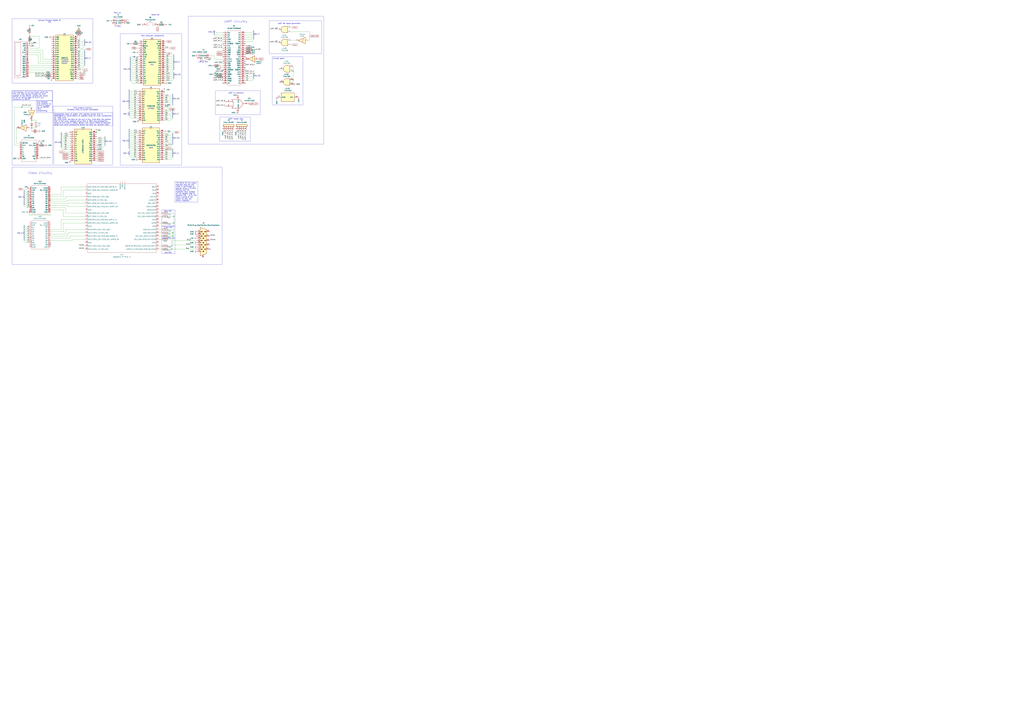
<source format=kicad_sch>
(kicad_sch (version 20250114) (generator "eeschema") (generator_version "9.0")
  (paper "A0")
  (rectangle (start 250.19 105.41) (end 302.26 133.35))
  (rectangle (start 13.97 21.59) (end 107.95 96.52))
  (rectangle (start 255.27 135.89) (end 290.83 163.83))
  (rectangle (start 187.96 276.86) (end 203.2 294.64))
  (rectangle (start 218.44 19.05) (end 375.92 167.64))
  (rectangle (start 62.23 123.19) (end 130.81 191.77))
  (rectangle (start 316.23 66.04) (end 351.79 121.92))
  (rectangle (start 187.96 262.89) (end 203.2 276.86))
  (rectangle (start 187.96 243.84) (end 203.2 262.89))
  (rectangle (start 312.42 24.13) (end 373.38 62.23))
  (rectangle (start 13.97 194.31) (end 257.81 307.34))
  (rectangle (start 13.97 105.41) (end 60.96 191.77))
  (rectangle (start 139.7 39.37) (end 210.82 191.77))
  (text "UART int combiner" (at 274.066 108.204 0) (effects (font (size 1.27 1.27))))
  (text "Blue DAC" (at 195.072 245.364 0) (effects (font (size 1.27 1.27))))
  (text "Chip enabler circuitry\n(Enables chips at certain addresses)" (at 96.012 126.492 0) (effects (font (size 1.27 1.27))))
  (text "Red DAC" (at 195.326 293.624 0) (effects (font (size 1.27 1.27))))
  (text "Green DAC" (at 195.58 264.414 0) (effects (font (size 1.27 1.27))))
  (text "UART circuitry" (at 273.812 25.146 0) (effects (font (size 2.54 2.54))))
  (text "UART header pins" (at 273.812 138.176 0) (effects (font (size 1.27 1.27))))
  (text "Unused gates" (at 323.596 68.072 0) (effects (font (size 1.27 1.27))))
  (text "1 MHz" (at 133.985 31.75 0) (effects (font (size 1.27 1.27)) (justify left bottom)))
  (text "Reset btn\n" (at 180.594 17.272 0) (effects (font (size 1.27 1.27))))
  (text "Versatile \nInterface \nAdapter" (at 71.12 74.295 0) (effects (font (size 1.27 1.27)) (justify left bottom)))
  (text "CPU" (at 174.625 76.2 0) (effects (font (size 1.27 1.27)) (justify left bottom)))
  (text "Main clk\n" (at 136.398 14.986 0) (effects (font (size 1.27 1.27))))
  (text "Main computer components" (at 177.038 41.656 0) (effects (font (size 1.27 1.27))))
  (text "1.8432 MHz" (at 235.966 71.882 0) (effects (font (size 1.27 1.27))))
  (text "SRAM" (at 172.72 172.72 0) (effects (font (size 1.27 1.27)) (justify left bottom)))
  (text "UART RW signal generation" (at 335.788 27.432 0) (effects (font (size 1.27 1.27))))
  (text "General Purpose Digital IO\nLCD" (at 57.404 24.892 0) (effects (font (size 1.27 1.27))))
  (text "Video circuitry" (at 46.736 201.168 0) (effects (font (size 2.54 2.54))))
  (text "EEPROM" (at 171.45 127 0) (effects (font (size 1.27 1.27)) (justify left bottom)))
  (text_box "I/O Extender, [A-H] are inputs which the CPU can read serialy through the shift register of the 65c22. Latches the inputs [A-H] on falling edge of IO_EXT_CLK controlled by 65c22." (at 13.97 105.41 0) (size 46.99 11.43) (margins 0.9525 0.9525 0.9525 0.9525) (effects (font (size 1.27 1.27)) (justify left top)))
  (text_box "Size Resistor and capacitor to achive a stable low on ~{SH/LD} while transmitting." (at 41.91 116.84 0) (size 19.05 13.97) (margins 0.9525 0.9525 0.9525 0.9525) (effects (font (size 1.27 1.27)) (justify left top)))
  (text_box "Propagation delay of 150ns, CPU address access time is 960ns@1MHz, leaves 810ns of possible delay for other components on read cycle.\nOn write cycle, the data on the bus is only valid after the second half of the cycle, address setup time is 30ns and propagation delay of this chip is 150ns, @1MHz this leaves 320ns of possible delay from other components before the data can become valid." (at 62.23 130.81 0) (size 68.58 15.24) (margins 0.9525 0.9525 0.9525 0.9525) (effects (font (size 1.27 1.27)) (justify left top)))
  (text_box "The DAC:s for the colour assumes that the VGA cable is terminated to ground using a 75 Ohm resistor and the expected input voltage on the adapter side is between 0.0 - 0.7V. The DAC:s provide 8-bit colour as they are binary weighted." (at 203.2 210.82 0) (size 26.67 24.13) (margins 0.9525 0.9525 0.9525 0.9525) (effects (font (size 1.27 1.27)) (justify left top)))
  (junction (at 91.44 34.29))
  (junction (at 201.93 251.46))
  (junction (at 200.66 270.51))
  (junction (at 292.1 57.15))
  (junction (at 199.39 285.75))
  (junction (at 190.5 106.68))
  (junction (at 36.83 148.59))
  (junction (at 201.93 259.08))
  (junction (at 340.36 82.55))
  (junction (at 34.29 41.91))
  (junction (at 34.29 246.38))
  (junction (at 251.46 86.36))
  (junction (at 200.66 274.32))
  (junction (at 36.83 139.7))
  (junction (at 199.39 289.56))
  (junction (at 182.88 28.575))
  (junction (at 340.36 97.79))
  (junction (at 34.29 50.8))
  (junction (at 111.76 153.67))
  (junction (at 25.4 124.46))
  (junction (at 292.1 58.42))
  (junction (at 340.36 92.71))
  (no_connect (at 228.6 274.32))
  (no_connect (at 284.48 78.74))
  (no_connect (at 259.08 58.42))
  (no_connect (at 259.08 50.8))
  (no_connect (at 284.48 50.8))
  (no_connect (at 325.12 80.01))
  (no_connect (at 284.48 73.66))
  (no_connect (at 284.48 71.12))
  (no_connect (at 58.42 284.48))
  (no_connect (at 259.08 81.28))
  (no_connect (at 58.42 281.94))
  (no_connect (at 243.84 289.56))
  (no_connect (at 284.48 81.28))
  (no_connect (at 259.08 71.12))
  (no_connect (at 325.12 95.25))
  (bus_entry (at 73.66 163.83) (size -2.54 -2.54))
  (bus_entry (at 119.38 171.45) (size 2.54 -2.54))
  (bus_entry (at 198.12 185.42) (size 2.54 -2.54))
  (bus_entry (at 199.39 68.58) (size 2.54 -2.54))
  (bus_entry (at 199.39 73.66) (size 2.54 -2.54))
  (bus_entry (at 152.4 182.88) (size -2.54 -2.54))
  (bus_entry (at 95.885 71.12) (size 2.54 -2.54))
  (bus_entry (at 73.66 166.37) (size -2.54 -2.54))
  (bus_entry (at 199.39 78.74) (size 2.54 -2.54))
  (bus_entry (at 149.86 154.94) (size 2.54 2.54))
  (bus_entry (at 151.13 66.04) (size 2.54 2.54))
  (bus_entry (at 98.425 45.72) (size -2.54 2.54))
  (bus_entry (at 95.885 68.58) (size 2.54 -2.54))
  (bus_entry (at 251.46 43.18) (size -2.54 -2.54))
  (bus_entry (at 251.46 40.64) (size -2.54 -2.54))
  (bus_entry (at 30.48 236.22) (size -2.54 -2.54))
  (bus_entry (at 151.13 73.66) (size 2.54 2.54))
  (bus_entry (at 151.13 86.36) (size 2.54 2.54))
  (bus_entry (at 199.39 66.04) (size 2.54 -2.54))
  (bus_entry (at 95.885 66.04) (size 2.54 -2.54))
  (bus_entry (at 292.1 93.98) (size 2.54 -2.54))
  (bus_entry (at 30.48 266.7) (size -2.54 -2.54))
  (bus_entry (at 200.66 111.76) (size -2.54 2.54))
  (bus_entry (at 30.48 264.16) (size -2.54 -2.54))
  (bus_entry (at 30.48 276.86) (size -2.54 -2.54))
  (bus_entry (at 98.425 48.26) (size -2.54 2.54))
  (bus_entry (at 149.86 114.3) (size 2.54 2.54))
  (bus_entry (at 30.48 228.6) (size -2.54 -2.54))
  (bus_entry (at 200.66 157.48) (size -2.54 2.54))
  (bus_entry (at 199.39 81.28) (size 2.54 -2.54))
  (bus_entry (at 151.13 71.12) (size 2.54 2.54))
  (bus_entry (at 30.48 279.4) (size -2.54 -2.54))
  (bus_entry (at 149.86 106.68) (size 2.54 2.54))
  (bus_entry (at 198.12 180.34) (size 2.54 -2.54))
  (bus_entry (at 95.885 73.66) (size 2.54 -2.54))
  (bus_entry (at 30.48 238.76) (size -2.54 -2.54))
  (bus_entry (at 149.86 149.86) (size 2.54 2.54))
  (bus_entry (at 30.48 233.68) (size -2.54 -2.54))
  (bus_entry (at 73.66 171.45) (size -2.54 -2.54))
  (bus_entry (at 149.86 157.48) (size 2.54 2.54))
  (bus_entry (at 151.13 83.82) (size 2.54 2.54))
  (bus_entry (at 292.1 88.9) (size 2.54 -2.54))
  (bus_entry (at 251.46 38.1) (size -2.54 -2.54))
  (bus_entry (at 200.66 167.64) (size -2.54 2.54))
  (bus_entry (at 199.39 93.98) (size 2.54 -2.54))
  (bus_entry (at 149.86 170.18) (size 2.54 2.54))
  (bus_entry (at 198.12 134.62) (size 2.54 -2.54))
  (bus_entry (at 200.66 109.22) (size -2.54 2.54))
  (bus_entry (at 198.12 177.8) (size 2.54 -2.54))
  (bus_entry (at 200.66 162.56) (size -2.54 2.54))
  (bus_entry (at 119.38 166.37) (size 2.54 -2.54))
  (bus_entry (at 30.48 281.94) (size -2.54 -2.54))
  (bus_entry (at 198.12 139.7) (size 2.54 -2.54))
  (bus_entry (at 149.86 119.38) (size 2.54 2.54))
  (bus_entry (at 149.86 116.84) (size 2.54 2.54))
  (bus_entry (at 149.86 127) (size 2.54 2.54))
  (bus_entry (at 152.4 137.16) (size -2.54 -2.54))
  (bus_entry (at 95.885 76.2) (size 2.54 -2.54))
  (bus_entry (at 95.885 60.96) (size 2.54 -2.54))
  (bus_entry (at 199.39 88.9) (size 2.54 -2.54))
  (bus_entry (at 73.66 158.75) (size -2.54 -2.54))
  (bus_entry (at 198.12 137.16) (size 2.54 -2.54))
  (bus_entry (at 198.12 129.54) (size 2.54 -2.54))
  (bus_entry (at 149.86 160.02) (size 2.54 2.54))
  (bus_entry (at 149.86 104.14) (size 2.54 2.54))
  (bus_entry (at 292.1 38.1) (size 2.54 -2.54))
  (bus_entry (at 30.48 231.14) (size -2.54 -2.54))
  (bus_entry (at 151.13 78.74) (size 2.54 2.54))
  (bus_entry (at 149.86 165.1) (size 2.54 2.54))
  (bus_entry (at 198.12 175.26) (size 2.54 -2.54))
  (bus_entry (at 292.1 91.44) (size 2.54 -2.54))
  (bus_entry (at 73.66 168.91) (size -2.54 -2.54))
  (bus_entry (at 149.86 121.92) (size 2.54 2.54))
  (bus_entry (at 152.4 180.34) (size -2.54 -2.54))
  (bus_entry (at 95.885 63.5) (size 2.54 -2.54))
  (bus_entry (at 152.4 134.62) (size -2.54 -2.54))
  (bus_entry (at 151.13 93.98) (size 2.54 2.54))
  (bus_entry (at 149.86 111.76) (size 2.54 2.54))
  (bus_entry (at 30.48 241.3) (size -2.54 -2.54))
  (bus_entry (at 30.48 271.78) (size -2.54 -2.54))
  (bus_entry (at 98.425 53.34) (size -2.54 2.54))
  (bus_entry (at 151.13 81.28) (size 2.54 2.54))
  (bus_entry (at 200.66 160.02) (size -2.54 2.54))
  (bus_entry (at 149.86 162.56) (size 2.54 2.54))
  (bus_entry (at 200.66 154.94) (size -2.54 2.54))
  (bus_entry (at 292.1 48.26) (size 2.54 -2.54))
  (bus_entry (at 292.1 43.18) (size 2.54 -2.54))
  (bus_entry (at 149.86 167.64) (size 2.54 2.54))
  (bus_entry (at 98.425 50.8) (size -2.54 2.54))
  (bus_entry (at 200.66 114.3) (size -2.54 2.54))
  (bus_entry (at 30.48 269.24) (size -2.54 -2.54))
  (bus_entry (at 199.39 83.82) (size 2.54 -2.54))
  (bus_entry (at 149.86 172.72) (size 2.54 2.54))
  (bus_entry (at 95.885 78.74) (size 2.54 -2.54))
  (bus_entry (at 292.1 45.72) (size 2.54 -2.54))
  (bus_entry (at 30.48 274.32) (size -2.54 -2.54))
  (bus_entry (at 199.39 91.44) (size 2.54 -2.54))
  (bus_entry (at 149.86 109.22) (size 2.54 2.54))
  (bus_entry (at 151.13 68.58) (size 2.54 2.54))
  (bus_entry (at 292.1 40.64) (size 2.54 -2.54))
  (bus_entry (at 200.66 121.92) (size -2.54 2.54))
  (bus_entry (at 200.66 116.84) (size -2.54 2.54))
  (bus_entry (at 198.12 132.08) (size 2.54 -2.54))
  (bus_entry (at 73.66 156.21) (size -2.54 -2.54))
  (bus_entry (at 198.12 182.88) (size 2.54 -2.54))
  (bus_entry (at 152.4 177.8) (size -2.54 -2.54))
  (bus_entry (at 73.66 173.99) (size -2.54 -2.54))
  (bus_entry (at 151.13 91.44) (size 2.54 2.54))
  (bus_entry (at 151.13 88.9) (size 2.54 2.54))
  (bus_entry (at 30.48 226.06) (size -2.54 -2.54))
  (bus_entry (at 119.38 163.83) (size 2.54 -2.54))
  (bus_entry (at 119.38 161.29) (size 2.54 -2.54))
  (bus_entry (at 199.39 71.12) (size 2.54 -2.54))
  (bus_entry (at 73.66 161.29) (size -2.54 -2.54))
  (bus_entry (at 152.4 132.08) (size -2.54 -2.54))
  (bus_entry (at 149.86 152.4) (size 2.54 2.54))
  (bus_entry (at 149.86 124.46) (size 2.54 2.54))
  (bus_entry (at 199.39 86.36) (size 2.54 -2.54))
  (bus_entry (at 151.13 76.2) (size 2.54 2.54))
  (bus_entry (at 199.39 76.2) (size 2.54 -2.54))
  (bus_entry (at 30.48 223.52) (size -2.54 -2.54))
  (wire (pts (xy 90.17 48.26) (xy 95.885 48.26)))
  (bus (pts (xy 294.64 43.18) (xy 294.64 45.72)))
  (bus (pts (xy 98.425 66.04) (xy 98.425 68.58)))
  (wire (pts (xy 76.2 231.14) (xy 58.42 231.14)))
  (wire (pts (xy 190.5 139.7) (xy 198.12 139.7)))
  (bus (pts (xy 200.66 157.48) (xy 200.66 160.02)))
  (wire (pts (xy 153.67 88.9) (xy 161.29 88.9)))
  (wire (pts (xy 193.04 62.23) (xy 193.04 63.5)))
  (wire (pts (xy 33.02 60.96) (xy 46.99 60.96)))
  (bus (pts (xy 151.13 66.04) (xy 151.13 68.58)))
  (wire (pts (xy 91.44 34.29) (xy 92.71 34.29)))
  (wire (pts (xy 152.4 116.84) (xy 160.02 116.84)))
  (wire (pts (xy 191.77 48.26) (xy 193.04 48.26)))
  (wire (pts (xy 153.67 78.74) (xy 161.29 78.74)))
  (bus (pts (xy 98.425 63.5) (xy 98.425 66.04)))
  (bus (pts (xy 200.66 172.72) (xy 200.66 175.26)))
  (bus (pts (xy 149.86 160.02) (xy 149.86 162.56)))
  (wire (pts (xy 58.42 236.22) (xy 99.06 236.22)))
  (bus (pts (xy 201.93 66.04) (xy 201.93 68.58)))
  (wire (pts (xy 80.01 181.61) (xy 81.28 181.61)))
  (bus (pts (xy 201.93 73.66) (xy 201.93 76.2)))
  (wire (pts (xy 184.15 278.13) (xy 187.96 278.13)))
  (bus (pts (xy 149.86 177.8) (xy 149.86 180.34)))
  (wire (pts (xy 30.48 231.14) (xy 34.29 231.14)))
  (bus (pts (xy 248.92 38.1) (xy 248.92 40.64)))
  (bus (pts (xy 98.425 60.96) (xy 98.425 63.5)))
  (bus (pts (xy 27.94 269.24) (xy 27.94 271.78)))
  (wire (pts (xy 22.86 168.91) (xy 16.51 168.91)))
  (bus (pts (xy 27.94 233.68) (xy 27.94 236.22)))
  (wire (pts (xy 90.17 60.96) (xy 95.885 60.96)))
  (bus (pts (xy 200.66 162.56) (xy 200.66 167.64)))
  (wire (pts (xy 76.2 266.7) (xy 99.06 266.7)))
  (wire (pts (xy 111.76 186.69) (xy 113.03 186.69)))
  (wire (pts (xy 191.77 68.58) (xy 199.39 68.58)))
  (bus (pts (xy 200.66 132.08) (xy 200.66 134.62)))
  (wire (pts (xy 248.92 86.36) (xy 251.46 86.36)))
  (wire (pts (xy 190.5 177.8) (xy 198.12 177.8)))
  (wire (pts (xy 190.5 134.62) (xy 198.12 134.62)))
  (wire (pts (xy 33.02 78.74) (xy 59.69 78.74)))
  (wire (pts (xy 257.81 78.74) (xy 259.08 78.74)))
  (bus (pts (xy 149.86 149.86) (xy 149.86 152.4)))
  (bus (pts (xy 151.13 86.36) (xy 151.13 88.9)))
  (wire (pts (xy 44.45 163.83) (xy 44.45 166.37)))
  (wire (pts (xy 340.36 92.71) (xy 340.36 97.79)))
  (wire (pts (xy 30.48 264.16) (xy 34.29 264.16)))
  (bus (pts (xy 71.12 156.21) (xy 71.12 158.75)))
  (wire (pts (xy 94.615 57.15) (xy 99.695 57.15)))
  (wire (pts (xy 90.17 78.74) (xy 95.885 78.74)))
  (wire (pts (xy 152.4 154.94) (xy 160.02 154.94)))
  (wire (pts (xy 203.2 153.67) (xy 195.58 153.67)))
  (wire (pts (xy 292.1 57.15) (xy 292.1 58.42)))
  (wire (pts (xy 58.42 274.32) (xy 78.74 274.32)))
  (bus (pts (xy 151.13 71.12) (xy 151.13 73.66)))
  (wire (pts (xy 111.76 179.07) (xy 113.03 179.07)))
  (wire (pts (xy 248.92 68.58) (xy 259.08 68.58)))
  (bus (pts (xy 201.93 68.58) (xy 201.93 71.12)))
  (wire (pts (xy 257.81 53.34) (xy 259.08 53.34)))
  (bus (pts (xy 149.86 106.68) (xy 149.86 109.22)))
  (wire (pts (xy 41.91 139.7) (xy 36.83 139.7)))
  (wire (pts (xy 91.44 88.9) (xy 90.17 88.9)))
  (bus (pts (xy 27.94 220.98) (xy 27.94 223.52)))
  (wire (pts (xy 152.4 177.8) (xy 160.02 177.8)))
  (wire (pts (xy 257.81 48.26) (xy 259.08 48.26)))
  (wire (pts (xy 184.15 289.56) (xy 187.96 289.56)))
  (wire (pts (xy 49.53 68.58) (xy 59.69 68.58)))
  (wire (pts (xy 193.04 62.23) (xy 194.31 62.23)))
  (wire (pts (xy 195.58 266.7) (xy 200.66 266.7)))
  (wire (pts (xy 30.48 269.24) (xy 34.29 269.24)))
  (wire (pts (xy 78.74 270.51) (xy 99.06 270.51)))
  (wire (pts (xy 191.77 55.88) (xy 197.485 55.88)))
  (wire (pts (xy 90.17 50.8) (xy 95.885 50.8)))
  (wire (pts (xy 19.05 148.59) (xy 19.05 166.37)))
  (wire (pts (xy 30.48 241.3) (xy 34.29 241.3)))
  (bus (pts (xy 149.86 116.84) (xy 149.86 119.38)))
  (wire (pts (xy 73.66 156.21) (xy 81.28 156.21)))
  (bus (pts (xy 201.93 83.82) (xy 201.93 86.36)))
  (wire (pts (xy 44.45 63.5) (xy 44.45 73.66)))
  (wire (pts (xy 73.66 171.45) (xy 81.28 171.45)))
  (wire (pts (xy 76.2 231.14) (xy 76.2 228.6)))
  (wire (pts (xy 190.5 132.08) (xy 198.12 132.08)))
  (wire (pts (xy 190.5 111.76) (xy 198.12 111.76)))
  (wire (pts (xy 16.51 168.91) (xy 16.51 124.46)))
  (wire (pts (xy 92.71 45.72) (xy 92.71 41.91)))
  (wire (pts (xy 182.88 30.48) (xy 182.88 28.575)))
  (wire (pts (xy 190.5 185.42) (xy 198.12 185.42)))
  (wire (pts (xy 152.4 162.56) (xy 160.02 162.56)))
  (bus (pts (xy 71.12 168.91) (xy 71.12 171.45)))
  (wire (pts (xy 73.66 173.99) (xy 81.28 173.99)))
  (bus (pts (xy 149.86 132.08) (xy 149.86 134.62)))
  (wire (pts (xy 78.74 274.32) (xy 78.74 270.51)))
  (bus (pts (xy 294.64 86.36) (xy 294.64 88.9)))
  (wire (pts (xy 152.4 152.4) (xy 160.02 152.4)))
  (bus (pts (xy 151.13 78.74) (xy 151.13 81.28)))
  (wire (pts (xy 337.82 46.99) (xy 342.9 46.99)))
  (wire (pts (xy 99.06 220.98) (xy 73.66 220.98)))
  (wire (pts (xy 158.75 55.88) (xy 161.29 55.88)))
  (wire (pts (xy 91.44 86.36) (xy 90.17 86.36)))
  (wire (pts (xy 152.4 109.22) (xy 160.02 109.22)))
  (wire (pts (xy 34.29 246.38) (xy 34.29 250.19)))
  (bus (pts (xy 27.94 226.06) (xy 27.94 228.6)))
  (wire (pts (xy 152.4 114.3) (xy 160.02 114.3)))
  (wire (pts (xy 76.2 271.78) (xy 76.2 266.7)))
  (wire (pts (xy 34.29 148.59) (xy 36.83 148.59)))
  (bus (pts (xy 98.425 68.58) (xy 98.425 71.12)))
  (wire (pts (xy 30.48 228.6) (xy 34.29 228.6)))
  (wire (pts (xy 49.53 58.42) (xy 49.53 68.58)))
  (wire (pts (xy 190.5 167.64) (xy 191.77 167.64)))
  (wire (pts (xy 90.17 76.2) (xy 95.885 76.2)))
  (bus (pts (xy 98.425 48.26) (xy 98.425 50.8)))
  (wire (pts (xy 191.77 76.2) (xy 199.39 76.2)))
  (wire (pts (xy 152.4 182.88) (xy 160.02 182.88)))
  (wire (pts (xy 153.67 93.98) (xy 161.29 93.98)))
  (wire (pts (xy 153.67 81.28) (xy 161.29 81.28)))
  (wire (pts (xy 190.5 114.3) (xy 198.12 114.3)))
  (wire (pts (xy 195.58 247.65) (xy 201.93 247.65)))
  (wire (pts (xy 190.5 119.38) (xy 198.12 119.38)))
  (wire (pts (xy 201.93 279.4) (xy 228.6 279.4)))
  (wire (pts (xy 78.74 238.76) (xy 78.74 240.03)))
  (wire (pts (xy 200.66 270.51) (xy 195.58 270.51)))
  (wire (pts (xy 19.05 166.37) (xy 22.86 166.37)))
  (bus (pts (xy 27.94 266.7) (xy 27.94 269.24)))
  (bus (pts (xy 149.86 154.94) (xy 149.86 157.48)))
  (wire (pts (xy 257.81 55.88) (xy 259.08 55.88)))
  (wire (pts (xy 191.77 66.04) (xy 199.39 66.04)))
  (bus (pts (xy 149.86 162.56) (xy 149.86 165.1)))
  (wire (pts (xy 111.76 181.61) (xy 113.03 181.61)))
  (wire (pts (xy 73.66 166.37) (xy 81.28 166.37)))
  (wire (pts (xy 190.5 124.46) (xy 198.12 124.46)))
  (wire (pts (xy 201.93 247.65) (xy 201.93 251.46)))
  (wire (pts (xy 337.82 31.75) (xy 339.09 31.75)))
  (wire (pts (xy 191.77 91.44) (xy 199.39 91.44)))
  (wire (pts (xy 195.58 153.67) (xy 195.58 154.94)))
  (wire (pts (xy 195.58 274.32) (xy 200.66 274.32)))
  (wire (pts (xy 91.44 91.44) (xy 90.17 91.44)))
  (wire (pts (xy 257.81 45.72) (xy 259.08 45.72)))
  (wire (pts (xy 200.66 274.32) (xy 200.66 270.51)))
  (wire (pts (xy 190.5 105.41) (xy 190.5 106.68)))
  (bus (pts (xy 201.93 76.2) (xy 201.93 78.74)))
  (wire (pts (xy 25.4 124.46) (xy 36.83 124.46)))
  (wire (pts (xy 73.66 251.46) (xy 99.06 251.46)))
  (wire (pts (xy 90.17 63.5) (xy 95.885 63.5)))
  (bus (pts (xy 200.66 154.94) (xy 200.66 157.48)))
  (wire (pts (xy 34.29 39.37) (xy 34.29 41.91)))
  (wire (pts (xy 339.09 52.07) (xy 337.82 52.07)))
  (wire (pts (xy 76.2 228.6) (xy 99.06 228.6)))
  (wire (pts (xy 71.12 255.27) (xy 99.06 255.27)))
  (wire (pts (xy 152.4 157.48) (xy 160.02 157.48)))
  (wire (pts (xy 190.5 106.68) (xy 190.5 109.22)))
  (wire (pts (xy 44.45 73.66) (xy 59.69 73.66)))
  (wire (pts (xy 74.93 176.53) (xy 81.28 176.53)))
  (wire (pts (xy 111.76 153.67) (xy 111.76 156.21)))
  (bus (pts (xy 27.94 264.16) (xy 27.94 266.7)))
  (bus (pts (xy 71.12 166.37) (xy 71.12 168.91)))
  (wire (pts (xy 153.67 73.66) (xy 161.29 73.66)))
  (bus (pts (xy 294.64 88.9) (xy 294.64 91.44)))
  (wire (pts (xy 190.5 175.26) (xy 198.12 175.26)))
  (bus (pts (xy 71.12 158.75) (xy 71.12 161.29)))
  (wire (pts (xy 90.17 73.66) (xy 95.885 73.66)))
  (wire (pts (xy 201.93 259.08) (xy 201.93 251.46)))
  (bus (pts (xy 151.13 83.82) (xy 151.13 86.36)))
  (bus (pts (xy 27.94 276.86) (xy 27.94 279.4)))
  (bus (pts (xy 149.86 111.76) (xy 149.86 114.3)))
  (bus (pts (xy 294.64 38.1) (xy 294.64 40.64)))
  (wire (pts (xy 36.83 140.97) (xy 36.83 139.7)))
  (wire (pts (xy 199.39 285.75) (xy 199.39 289.56)))
  (wire (pts (xy 78.74 240.03) (xy 99.06 240.03)))
  (bus (pts (xy 200.66 134.62) (xy 200.66 137.16)))
  (wire (pts (xy 25.4 123.19) (xy 25.4 124.46)))
  (wire (pts (xy 33.02 63.5) (xy 44.45 63.5)))
  (wire (pts (xy 26.67 219.71) (xy 34.29 219.71)))
  (wire (pts (xy 34.29 250.19) (xy 58.42 250.19)))
  (wire (pts (xy 199.39 278.13) (xy 199.39 285.75)))
  (wire (pts (xy 58.42 266.7) (xy 71.12 266.7)))
  (wire (pts (xy 111.76 161.29) (xy 119.38 161.29)))
  (wire (pts (xy 257.81 73.66) (xy 259.08 73.66)))
  (wire (pts (xy 359.41 36.83) (xy 359.41 46.99)))
  (wire (pts (xy 195.58 285.75) (xy 199.39 285.75)))
  (bus (pts (xy 201.93 86.36) (xy 201.93 88.9)))
  (wire (pts (xy 30.48 223.52) (xy 34.29 223.52)))
  (wire (pts (xy 193.04 63.5) (xy 191.77 63.5)))
  (wire (pts (xy 30.48 236.22) (xy 34.29 236.22)))
  (wire (pts (xy 242.57 64.77) (xy 248.92 64.77)))
  (wire (pts (xy 284.48 48.26) (xy 292.1 48.26)))
  (wire (pts (xy 340.36 82.55) (xy 340.36 92.71)))
  (bus (pts (xy 121.92 161.29) (xy 121.92 163.83)))
  (wire (pts (xy 71.12 217.17) (xy 99.06 217.17)))
  (wire (pts (xy 30.48 233.68) (xy 34.29 233.68)))
  (wire (pts (xy 152.4 160.02) (xy 160.02 160.02)))
  (wire (pts (xy 34.29 50.8) (xy 33.02 50.8)))
  (wire (pts (xy 340.36 77.47) (xy 340.36 82.55)))
  (wire (pts (xy 153.67 76.2) (xy 161.29 76.2)))
  (wire (pts (xy 195.58 127) (xy 190.5 127)))
  (wire (pts (xy 191.77 71.12) (xy 199.39 71.12)))
  (wire (pts (xy 58.42 279.4) (xy 83.82 279.4)))
  (bus (pts (xy 149.86 109.22) (xy 149.86 111.76)))
  (bus (pts (xy 98.425 73.66) (xy 98.425 76.2)))
  (wire (pts (xy 190.5 137.16) (xy 198.12 137.16)))
  (bus (pts (xy 98.425 50.8) (xy 98.425 53.34)))
  (wire (pts (xy 33.02 83.82) (xy 59.69 83.82)))
  (bus (pts (xy 98.425 45.72) (xy 98.425 48.26)))
  (wire (pts (xy 292.1 55.88) (xy 292.1 57.15)))
  (wire (pts (xy 152.4 180.34) (xy 160.02 180.34)))
  (wire (pts (xy 152.4 119.38) (xy 160.02 119.38)))
  (wire (pts (xy 284.48 38.1) (xy 292.1 38.1)))
  (wire (pts (xy 255.27 76.2) (xy 259.08 76.2)))
  (wire (pts (xy 190.5 157.48) (xy 198.12 157.48)))
  (wire (pts (xy 94.615 58.42) (xy 94.615 57.15)))
  (bus (pts (xy 27.94 228.6) (xy 27.94 231.14)))
  (wire (pts (xy 90.17 34.29) (xy 91.44 34.29)))
  (bus (pts (xy 151.13 88.9) (xy 151.13 91.44)))
  (wire (pts (xy 251.46 40.64) (xy 259.08 40.64)))
  (wire (pts (xy 34.29 49.53) (xy 34.29 50.8)))
  (wire (pts (xy 41.91 140.97) (xy 41.91 139.7)))
  (wire (pts (xy 71.12 266.7) (xy 71.12 255.27)))
  (bus (pts (xy 201.93 71.12) (xy 201.93 73.66)))
  (wire (pts (xy 90.17 58.42) (xy 94.615 58.42)))
  (wire (pts (xy 34.29 219.71) (xy 34.29 220.98)))
  (wire (pts (xy 195.58 154.94) (xy 190.5 154.94)))
  (wire (pts (xy 71.12 226.06) (xy 71.12 217.17)))
  (wire (pts (xy 35.56 50.8) (xy 34.29 50.8)))
  (wire (pts (xy 152.4 134.62) (xy 160.02 134.62)))
  (wire (pts (xy 16.51 124.46) (xy 25.4 124.46)))
  (wire (pts (xy 200.66 274.32) (xy 200.66 284.48)))
  (bus (pts (xy 151.13 73.66) (xy 151.13 76.2)))
  (wire (pts (xy 152.4 167.64) (xy 160.02 167.64)))
  (wire (pts (xy 292.1 57.15) (xy 295.91 57.15)))
  (wire (pts (xy 184.15 247.65) (xy 187.96 247.65)))
  (wire (pts (xy 152.4 175.26) (xy 160.02 175.26)))
  (bus (pts (xy 121.92 163.83) (xy 121.92 168.91)))
  (wire (pts (xy 111.76 163.83) (xy 119.38 163.83)))
  (wire (pts (xy 152.4 170.18) (xy 160.02 170.18)))
  (bus (pts (xy 27.94 271.78) (xy 27.94 274.32)))
  (bus (pts (xy 71.12 163.83) (xy 71.12 166.37)))
  (bus (pts (xy 200.66 127) (xy 200.66 129.54)))
  (wire (pts (xy 58.42 269.24) (xy 73.66 269.24)))
  (bus (pts (xy 200.66 114.3) (xy 200.66 116.84)))
  (wire (pts (xy 152.4 132.08) (xy 160.02 132.08)))
  (wire (pts (xy 90.17 53.34) (xy 95.885 53.34)))
  (bus (pts (xy 200.66 116.84) (xy 200.66 121.92)))
  (wire (pts (xy 73.66 269.24) (xy 73.66 259.08)))
  (wire (pts (xy 73.66 168.91) (xy 81.28 168.91)))
  (wire (pts (xy 153.67 71.12) (xy 161.29 71.12)))
  (bus (pts (xy 151.13 91.44) (xy 151.13 93.98)))
  (wire (pts (xy 284.48 43.18) (xy 292.1 43.18)))
  (bus (pts (xy 149.86 121.92) (xy 149.86 124.46)))
  (wire (pts (xy 152.4 111.76) (xy 160.02 111.76)))
  (wire (pts (xy 111.76 152.4) (xy 111.76 153.67)))
  (wire (pts (xy 199.39 289.56) (xy 228.6 289.56)))
  (wire (pts (xy 30.48 274.32) (xy 34.29 274.32)))
  (bus (pts (xy 27.94 274.32) (xy 27.94 276.86)))
  (wire (pts (xy 191.77 88.9) (xy 199.39 88.9)))
  (wire (pts (xy 34.29 243.84) (xy 34.29 246.38)))
  (wire (pts (xy 73.66 228.6) (xy 58.42 228.6)))
  (wire (pts (xy 191.77 83.82) (xy 199.39 83.82)))
  (wire (pts (xy 358.14 46.99) (xy 359.41 46.99)))
  (wire (pts (xy 36.83 148.59) (xy 36.83 152.4)))
  (wire (pts (xy 58.42 233.68) (xy 78.74 233.68)))
  (wire (pts (xy 190.5 116.84) (xy 198.12 116.84)))
  (wire (pts (xy 191.77 86.36) (xy 199.39 86.36)))
  (wire (pts (xy 184.15 251.46) (xy 187.96 251.46)))
  (wire (pts (xy 30.48 238.76) (xy 34.29 238.76)))
  (bus (pts (xy 149.86 170.18) (xy 149.86 172.72)))
  (wire (pts (xy 251.46 88.9) (xy 251.46 86.36)))
  (wire (pts (xy 284.48 88.9) (xy 292.1 88.9)))
  (bus (pts (xy 149.86 124.46) (xy 149.86 127)))
  (wire (pts (xy 199.39 289.56) (xy 195.58 289.56)))
  (wire (pts (xy 73.66 161.29) (xy 81.28 161.29)))
  (wire (pts (xy 83.82 278.13) (xy 99.06 278.13)))
  (wire (pts (xy 30.48 279.4) (xy 34.29 279.4)))
  (bus (pts (xy 294.64 35.56) (xy 294.64 38.1)))
  (bus (pts (xy 149.86 104.14) (xy 149.86 106.68)))
  (wire (pts (xy 78.74 232.41) (xy 99.06 232.41)))
  (wire (pts (xy 201.93 279.4) (xy 201.93 259.08)))
  (wire (pts (xy 191.77 78.74) (xy 199.39 78.74)))
  (wire (pts (xy 40.64 86.36) (xy 52.07 86.36)))
  (bus (pts (xy 98.425 71.12) (xy 98.425 73.66)))
  (wire (pts (xy 58.42 243.84) (xy 73.66 243.84)))
  (wire (pts (xy 58.42 276.86) (xy 81.28 276.86)))
  (wire (pts (xy 201.93 251.46) (xy 195.58 251.46)))
  (wire (pts (xy 190.5 129.54) (xy 198.12 129.54)))
  (wire (pts (xy 33.02 81.28) (xy 59.69 81.28)))
  (bus (pts (xy 121.92 158.75) (xy 121.92 161.29)))
  (bus (pts (xy 27.94 236.22) (xy 27.94 238.76)))
  (wire (pts (xy 36.83 148.59) (xy 41.91 148.59)))
  (wire (pts (xy 184.15 285.75) (xy 187.96 285.75)))
  (wire (pts (xy 30.48 266.7) (xy 34.29 266.7)))
  (wire (pts (xy 251.46 38.1) (xy 259.08 38.1)))
  (bus (pts (xy 200.66 180.34) (xy 200.66 182.88)))
  (wire (pts (xy 73.66 220.98) (xy 73.66 228.6)))
  (bus (pts (xy 200.66 109.22) (xy 200.66 111.76)))
  (wire (pts (xy 30.48 226.06) (xy 34.29 226.06)))
  (wire (pts (xy 190.5 160.02) (xy 198.12 160.02)))
  (wire (pts (xy 152.4 165.1) (xy 160.02 165.1)))
  (wire (pts (xy 44.45 184.15) (xy 46.99 184.15)))
  (wire (pts (xy 76.2 241.3) (xy 76.2 247.65)))
  (wire (pts (xy 97.79 285.75) (xy 99.06 285.75)))
  (wire (pts (xy 292.1 58.42) (xy 292.1 60.96)))
  (wire (pts (xy 73.66 243.84) (xy 73.66 251.46)))
  (wire (pts (xy 73.66 158.75) (xy 81.28 158.75)))
  (wire (pts (xy 152.4 124.46) (xy 160.02 124.46)))
  (bus (pts (xy 200.66 175.26) (xy 200.66 177.8)))
  (bus (pts (xy 200.66 160.02) (xy 200.66 162.56)))
  (wire (pts (xy 251.46 43.18) (xy 259.08 43.18)))
  (bus (pts (xy 200.66 177.8) (xy 200.66 180.34)))
  (wire (pts (xy 111.76 176.53) (xy 113.03 176.53)))
  (wire (pts (xy 111.76 166.37) (xy 119.38 166.37)))
  (wire (pts (xy 111.76 184.15) (xy 113.03 184.15)))
  (bus (pts (xy 98.425 58.42) (xy 98.425 60.96)))
  (wire (pts (xy 58.42 241.3) (xy 76.2 241.3)))
  (wire (pts (xy 90.17 68.58) (xy 95.885 68.58)))
  (bus (pts (xy 294.64 40.64) (xy 294.64 43.18)))
  (wire (pts (xy 33.02 76.2) (xy 59.69 76.2)))
  (bus (pts (xy 151.13 76.2) (xy 151.13 78.74)))
  (wire (pts (xy 90.17 43.18) (xy 90.17 41.91)))
  (bus (pts (xy 149.86 119.38) (xy 149.86 121.92)))
  (bus (pts (xy 149.86 152.4) (xy 149.86 154.94)))
  (wire (pts (xy 81.28 276.86) (xy 81.28 274.32)))
  (wire (pts (xy 73.66 163.83) (xy 81.28 163.83)))
  (wire (pts (xy 190.5 180.34) (xy 198.12 180.34)))
  (bus (pts (xy 71.12 161.29) (xy 71.12 163.83)))
  (wire (pts (xy 153.67 86.36) (xy 161.29 86.36)))
  (wire (pts (xy 90.17 71.12) (xy 95.885 71.12)))
  (wire (pts (xy 153.67 68.58) (xy 161.29 68.58)))
  (wire (pts (xy 80.01 179.07) (xy 81.28 179.07)))
  (bus (pts (xy 149.86 114.3) (xy 149.86 116.84)))
  (wire (pts (xy 45.72 41.91) (xy 34.29 41.91)))
  (wire (pts (xy 152.4 106.68) (xy 160.02 106.68)))
  (bus (pts (xy 71.12 153.67) (xy 71.12 156.21)))
  (wire (pts (xy 83.82 279.4) (xy 83.82 278.13)))
  (wire (pts (xy 190.5 170.18) (xy 198.12 170.18)))
  (wire (pts (xy 111.76 171.45) (xy 119.38 171.45)))
  (wire (pts (xy 200.66 284.48) (xy 228.6 284.48)))
  (wire (pts (xy 90.17 66.04) (xy 95.885 66.04)))
  (wire (pts (xy 90.17 55.88) (xy 95.885 55.88)))
  (wire (pts (xy 153.67 96.52) (xy 161.29 96.52)))
  (wire (pts (xy 152.4 172.72) (xy 160.02 172.72)))
  (bus (pts (xy 27.94 231.14) (xy 27.94 233.68)))
  (wire (pts (xy 91.44 83.82) (xy 90.17 83.82)))
  (wire (pts (xy 33.02 58.42) (xy 49.53 58.42)))
  (wire (pts (xy 190.5 182.88) (xy 198.12 182.88)))
  (bus (pts (xy 151.13 81.28) (xy 151.13 83.82)))
  (wire (pts (xy 80.01 184.15) (xy 81.28 184.15)))
  (wire (pts (xy 284.48 40.64) (xy 292.1 40.64)))
  (wire (pts (xy 152.4 127) (xy 160.02 127)))
  (wire (pts (xy 183.515 28.575) (xy 182.88 28.575)))
  (bus (pts (xy 27.94 223.52) (xy 27.94 226.06)))
  (bus (pts (xy 27.94 261.62) (xy 27.94 264.16)))
  (wire (pts (xy 191.77 81.28) (xy 199.39 81.28)))
  (wire (pts (xy 190.5 165.1) (xy 198.12 165.1)))
  (bus (pts (xy 201.93 63.5) (xy 201.93 66.04)))
  (wire (pts (xy 76.2 247.65) (xy 99.06 247.65)))
  (bus (pts (xy 149.86 129.54) (xy 149.86 132.08)))
  (wire (pts (xy 97.79 289.56) (xy 99.06 289.56)))
  (wire (pts (xy 90.17 81.28) (xy 95.885 81.28)))
  (bus (pts (xy 149.86 165.1) (xy 149.86 167.64)))
  (wire (pts (xy 184.15 274.32) (xy 187.96 274.32)))
  (wire (pts (xy 58.42 271.78) (xy 76.2 271.78)))
  (wire (pts (xy 81.28 274.32) (xy 99.06 274.32)))
  (wire (pts (xy 30.48 271.78) (xy 34.29 271.78)))
  (bus (pts (xy 201.93 88.9) (xy 201.93 91.44)))
  (wire (pts (xy 73.66 259.08) (xy 99.06 259.08)))
  (wire (pts (xy 284.48 45.72) (xy 292.1 45.72)))
  (wire (pts (xy 184.15 259.08) (xy 187.96 259.08)))
  (wire (pts (xy 33.02 55.88) (xy 45.72 55.88)))
  (wire (pts (xy 152.4 137.16) (xy 160.02 137.16)))
  (wire (pts (xy 191.77 93.98) (xy 199.39 93.98)))
  (bus (pts (xy 151.13 71.12) (xy 151.13 68.58)))
  (wire (pts (xy 52.07 88.9) (xy 40.64 88.9)))
  (bus (pts (xy 149.86 157.48) (xy 149.86 160.02)))
  (bus (pts (xy 248.92 35.56) (xy 248.92 38.1)))
  (bus (pts (xy 200.66 111.76) (xy 200.66 114.3)))
  (wire (pts (xy 184.15 266.7) (xy 187.96 266.7)))
  (bus (pts (xy 200.66 129.54) (xy 200.66 132.08)))
  (wire (pts (xy 30.48 276.86) (xy 34.29 276.86)))
  (wire (pts (xy 200.66 266.7) (xy 200.66 270.51)))
  (bus (pts (xy 149.86 175.26) (xy 149.86 177.8)))
  (wire (pts (xy 191.77 73.66) (xy 199.39 73.66)))
  (wire (pts (xy 248.92 64.77) (xy 248.92 68.58)))
  (wire (pts (xy 284.48 91.44) (xy 292.1 91.44)))
  (bus (pts (xy 201.93 78.74) (xy 201.93 81.28)))
  (wire (pts (xy 284.48 93.98) (xy 292.1 93.98)))
  (wire (pts (xy 46.99 60.96) (xy 46.99 71.12)))
  (wire (pts (xy 152.4 121.92) (xy 160.02 121.92)))
  (wire (pts (xy 46.99 71.12) (xy 59.69 71.12)))
  (wire (pts (xy 190.5 162.56) (xy 198.12 162.56)))
  (wire (pts (xy 153.67 91.44) (xy 161.29 91.44)))
  (wire (pts (xy 45.72 55.88) (xy 45.72 41.91)))
  (bus (pts (xy 149.86 167.64) (xy 149.86 170.18)))
  (wire (pts (xy 90.17 45.72) (xy 92.71 45.72)))
  (wire (pts (xy 78.74 233.68) (xy 78.74 232.41)))
  (wire (pts (xy 195.58 259.08) (xy 201.93 259.08)))
  (wire (pts (xy 152.4 129.54) (xy 160.02 129.54)))
  (wire (pts (xy 33.02 246.38) (xy 34.29 246.38)))
  (wire (pts (xy 195.58 278.13) (xy 199.39 278.13)))
  (wire (pts (xy 58.42 250.19) (xy 58.42 246.38)))
  (wire (pts (xy 182.88 28.575) (xy 182.245 28.575)))
  (wire (pts (xy 58.42 226.06) (xy 71.12 226.06)))
  (wire (pts (xy 153.67 83.82) (xy 161.29 83.82)))
  (wire (pts (xy 359.41 36.83) (xy 337.82 36.83)))
  (wire (pts (xy 30.48 281.94) (xy 34.29 281.94)))
  (wire (pts (xy 184.15 270.51) (xy 187.96 270.51)))
  (wire (pts (xy 191.77 172.72) (xy 190.5 172.72)))
  (wire (pts (xy 58.42 238.76) (xy 78.74 238.76)))
  (label "A6" (at 155.575 114.3 0))
  (label "CLK" (at 90.17 81.28 0))
  (label "A[0..15]" (at 149.86 118.745 180))
  (label "HSYNC" (at 97.79 289.56 180))
  (label "D7" (at 90.17 78.74 0))
  (label "UART_~{IOW}" (at 322.58 49.53 180))
  (label "A6" (at 155.575 160.02 0))
  (label "A0" (at 155.575 129.54 0))
  (label "D3" (at 191.77 139.7 0))
  (label "UART_~{IOR}" (at 259.08 83.82 180))
  (label "A0" (at 90.17 48.26 0))
  (label "D7" (at 191.77 175.26 0))
  (label "UART_RTS_B" (at 283.21 151.13 270))
  (label "HSYNC" (at 243.84 279.4 0))
  (label "D4" (at 31.75 233.68 0))
  (label "D7" (at 31.75 241.3 0))
  (label "A13" (at 191.77 111.76 0))
  (label "D6" (at 191.77 132.08 0))
  (label "VSYNC" (at 243.84 274.32 0))
  (label "D[0..7]" (at 200.66 179.07 0))
  (label "D1" (at 155.575 180.34 0))
  (label "A7" (at 74.93 166.37 0))
  (label "D3" (at 31.75 231.14 0))
  (label "D0" (at 193.04 66.04 0))
  (label "A7" (at 155.575 111.76 0))
  (label "A[0..15]" (at 149.86 164.465 180))
  (label "A5" (at 31.75 276.86 0))
  (label "A4" (at 155.575 165.1 0))
  (label "A12" (at 155.575 154.94 0))
  (label "A11" (at 114.3 161.29 0))
  (label "A1" (at 90.17 50.8 0))
  (label "D2" (at 31.75 228.6 0))
  (label "A8" (at 74.93 163.83 0))
  (label "A[0..15]" (at 71.12 166.37 180))
  (label "VSYNC" (at 97.79 285.75 180))
  (label "A2" (at 155.575 124.46 0))
  (label "A11" (at 191.77 165.1 0))
  (label "A1" (at 31.75 266.7 0))
  (label "A13" (at 114.3 171.45 0))
  (label "IO_EXT_DATA" (at 40.64 88.9 0))
  (label "D7" (at 193.04 83.82 0))
  (label "A13" (at 193.04 91.44 0))
  (label "D5" (at 31.75 236.22 0))
  (label "D6" (at 191.77 177.8 0))
  (label "D6" (at 31.75 238.76 0))
  (label "UART_RTS_B" (at 259.08 91.44 180))
  (label "A0" (at 157.48 68.58 0))
  (label "UART_RX_A" (at 265.43 151.13 270))
  (label "UART_RX_B" (at 257.81 45.72 180))
  (label "A3" (at 157.48 76.2 0))
  (label "D[0..7]" (at 149.86 179.07 180))
  (label "A8" (at 157.48 88.9 0))
  (label "UART_RTS_A" (at 284.48 76.2 0))
  (label "A3" (at 155.575 121.92 0))
  (label "A[0..15]" (at 151.13 81.28 180))
  (label "D7" (at 191.77 129.54 0))
  (label "D[0..7]" (at 149.86 133.35 180))
  (label "D3" (at 191.77 185.42 0))
  (label "CLK" (at 191.77 55.88 0))
  (label "A2" (at 157.48 73.66 0))
  (label "UART_TX_B" (at 257.81 55.88 180))
  (label "D0" (at 155.575 177.8 0))
  (label "A5" (at 74.93 171.45 0))
  (label "UART_CTS_B" (at 285.75 151.13 270))
  (label "A2" (at 90.17 53.34 0))
  (label "UART_RX_B" (at 280.67 151.13 270))
  (label "UART_CTS_B" (at 259.08 93.98 180))
  (label "IO_EXT_CLK" (at 25.4 123.19 0))
  (label "A[0..15]" (at 294.64 88.9 0))
  (label "A1" (at 285.75 91.44 0))
  (label "D[0..7]" (at 98.425 68.58 0))
  (label "A[0..15]" (at 200.66 161.29 0))
  (label "UART_INT_A" (at 261.62 123.19 180))
  (label "A[0..14]" (at 27.94 271.78 180))
  (label "UART_INT_B" (at 261.62 118.11 180))
  (label "A6" (at 74.93 168.91 0))
  (label "D1" (at 193.04 68.58 0))
  (label "D2" (at 193.04 71.12 0))
  (label "D[0..7]" (at 248.92 38.1 180))
  (label "D0" (at 155.575 132.08 0))
  (label "A10" (at 74.93 158.75 0))
  (label "D3" (at 193.04 73.66 0))
  (label "D4" (at 191.77 182.88 0))
  (label "A3" (at 155.575 167.64 0))
  (label "D0" (at 31.75 223.52 0))
  (label "UART_~{IOR}" (at 322.58 34.29 180))
  (label "A14" (at 155.575 152.4 0))
  (label "A3" (at 90.17 55.88 0))
  (label "A3" (at 31.75 271.78 0))
  (label "A2" (at 155.575 170.18 0))
  (label "A10" (at 191.77 170.18 0))
  (label "A12" (at 155.575 109.22 0))
  (label "A9" (at 191.77 162.56 0))
  (label "A14" (at 193.04 88.9 0))
  (label "A11" (at 157.48 96.52 0))
  (label "A7" (at 155.575 157.48 0))
  (label "A10" (at 157.48 93.98 0))
  (label "A11" (at 191.77 119.38 0))
  (label "A9" (at 157.48 91.44 0))
  (label "UART_INT_B" (at 284.48 86.36 0))
  (label "UART_~{IOW}" (at 257.81 73.66 180))
  (label "A0" (at 31.75 264.16 0))
  (label "A[0..15]" (at 121.92 165.1 0))
  (label "A14" (at 114.3 166.37 0))
  (label "A12" (at 114.3 163.83 0))
  (label "D[0..7]" (at 201.93 73.025 0))
  (label "D[0..7]" (at 200.66 133.35 0))
  (label "D2" (at 155.575 137.16 0))
  (label "A15" (at 193.04 86.36 0))
  (label "A4" (at 155.575 119.38 0))
  (label "UART_TX_B" (at 278.13 151.13 270))
  (label "D6" (at 193.04 81.28 0))
  (label "A13" (at 191.77 157.48 0))
  (label "UART_CTS_A" (at 270.51 151.13 270))
  (label "UART_INT_A" (at 284.48 83.82 0))
  (label "UART_TX_A" (at 257.81 53.34 180))
  (label "A5" (at 155.575 116.84 0))
  (label "A4" (at 74.93 173.99 0))
  (label "A4" (at 157.48 78.74 0))
  (label "UART_CTS_A" (at 284.48 63.5 0))
  (label "IO_EXT_CLK" (at 40.64 86.36 0))
  (label "A[0..15]" (at 98.425 50.165 0))
  (label "D4" (at 90.17 71.12 0))
  (label "A8" (at 191.77 160.02 0))
  (label "D1" (at 155.575 134.62 0))
  (label "A2" (at 285.75 93.98 0))
  (label "D5" (at 191.77 180.34 0))
  (label "A10" (at 191.77 124.46 0))
  (label "A5" (at 155.575 162.56 0))
  (label "Red" (at 215.9 289.56 0))
  (label "D4" (at 193.04 76.2 0))
  (label "A12" (at 193.04 93.98 0))
  (label "D6" (at 90.17 76.2 0))
  (label "A7" (at 157.48 86.36 0))
  (label "D[0..7]" (at 27.94 229.87 180))
  (label "D4" (at 191.77 137.16 0))
  (label "D1" (at 90.17 63.5 0))
  (label "D[0..7]" (at 294.64 40.64 0))
  (label "A1" (at 155.575 172.72 0))
  (label "IO_EXT_DATA" (at 46.99 184.15 0))
  (label "Green" (at 215.9 284.48 0))
  (label "A4" (at 31.75 274.32 0))
  (label "A1" (at 157.48 71.12 0))
  (label "A9" (at 74.93 161.29 0))
  (label "A14" (at 155.575 106.68 0))
  (label "D2" (at 155.575 182.88 0))
  (label "A6" (at 31.75 279.4 0))
  (label "A15" (at 74.93 156.21 0))
  (label "A6" (at 157.48 83.82 0))
  (label "A5" (at 157.48 81.28 0))
  (label "D2" (at 90.17 66.04 0))
  (label "A8" (at 191.77 114.3 0))
  (label "UART_TX_A" (at 262.89 151.13 270))
  (label "A[0..15]" (at 201.93 87.63 0))
  (label "A9" (at 191.77 116.84 0))
  (label "A0" (at 285.75 88.9 0))
  (label "D5" (at 191.77 134.62 0))
  (label "A1" (at 157.48 71.12 0))
  (label "A2" (at 31.75 269.24 0))
  (label "D1" (at 31.75 226.06 0))
  (label "A1" (at 155.575 127 0))
  (label "A7" (at 31.75 281.94 0))
  (label "D5" (at 193.04 78.74 0))
  (label "A[0..15]" (at 200.66 115.57 0))
  (label "D5" (at 90.17 73.66 0))
  (label "UART_RX_A" (at 257.81 48.26 180))
  (label "UART_RTS_A" (at 267.97 151.13 270))
  (label "D3" (at 90.17 68.58 0))
  (label "Blue" (at 217.17 279.4 0))
  (label "A0" (at 155.575 175.26 0))
  (label "D0" (at 90.17 60.96 0))
  (global_label "CEC0" (shape input) (at 80.01 179.07 180) (property "Intersheetrefs" "${INTERSHEET_REFS}" (effects (hide yes))))
  (global_label "~{IRQ}" (shape input) (at 158.75 55.88 180) (property "Intersheetrefs" "${INTERSHEET_REFS}" (effects (hide yes))))
  (global_label "CEC3" (shape input) (at 113.03 186.69 0) (property "Intersheetrefs" "${INTERSHEET_REFS}" (effects (hide yes))))
  (global_label "CLK" (shape input) (at 95.885 81.28 0) (property "Intersheetrefs" "${INTERSHEET_REFS}" (effects (hide yes))))
  (global_label "CEC1" (shape input) (at 191.77 172.72 0) (property "Intersheetrefs" "${INTERSHEET_REFS}" (effects (hide yes))))
  (global_label "CEC6" (shape input) (at 113.03 179.07 0) (property "Intersheetrefs" "${INTERSHEET_REFS}" (effects (hide yes))))
  (global_label "~{IRQ}" (shape input) (at 91.44 91.44 0) (property "Intersheetrefs" "${INTERSHEET_REFS}" (effects (hide yes))))
  (global_label "CEC0" (shape input) (at 195.58 127 0) (property "Intersheetrefs" "${INTERSHEET_REFS}" (effects (hide yes))))
  (global_label "RW" (shape output) (at 194.31 62.23 0) (property "Intersheetrefs" "${INTERSHEET_REFS}" (effects (hide yes))))
  (global_label "CLK" (shape input) (at 197.485 55.88 0) (property "Intersheetrefs" "${INTERSHEET_REFS}" (effects (hide yes))))
  (global_label "CEC4" (shape input) (at 259.08 60.96 180) (property "Intersheetrefs" "${INTERSHEET_REFS}" (effects (hide yes))))
  (global_label "CLK" (shape input) (at 74.93 176.53 180) (property "Intersheetrefs" "${INTERSHEET_REFS}" (effects (hide yes))))
  (global_label "CEC4" (shape input) (at 113.03 184.15 0) (property "Intersheetrefs" "${INTERSHEET_REFS}" (effects (hide yes))))
  (global_label "CEC5" (shape input) (at 113.03 181.61 0) (property "Intersheetrefs" "${INTERSHEET_REFS}" (effects (hide yes))))
  (global_label "CEC7" (shape input) (at 113.03 176.53 0) (property "Intersheetrefs" "${INTERSHEET_REFS}" (effects (hide yes))))
  (global_label "CLK" (shape output) (at 143.51 24.13 0) (property "Intersheetrefs" "${INTERSHEET_REFS}" (effects (hide yes))))
  (global_label "UART_INT" (shape output) (at 289.56 120.65 0) (property "Intersheetrefs" "${INTERSHEET_REFS}" (effects (hide yes))))
  (global_label "CEC2" (shape input) (at 80.01 184.15 180) (property "Intersheetrefs" "${INTERSHEET_REFS}" (effects (hide yes))))
  (global_label "CEC3" (shape input) (at 259.08 63.5 180) (property "Intersheetrefs" "${INTERSHEET_REFS}" (effects (hide yes))))
  (global_label "RW" (shape output) (at 203.2 153.67 0) (property "Intersheetrefs" "${INTERSHEET_REFS}" (effects (hide yes))))
  (global_label "RES" (shape input) (at 193.04 48.26 0) (property "Intersheetrefs" "${INTERSHEET_REFS}" (effects (hide yes))))
  (global_label "CEC1" (shape input) (at 80.01 181.61 180) (property "Intersheetrefs" "${INTERSHEET_REFS}" (effects (hide yes))))
  (global_label "CLK" (shape input) (at 339.09 52.07 0) (property "Intersheetrefs" "${INTERSHEET_REFS}" (effects (hide yes))))
  (global_label "RES" (shape input) (at 299.72 68.58 0) (property "Intersheetrefs" "${INTERSHEET_REFS}" (effects (hide yes))))
  (global_label "RES" (shape input) (at 182.88 30.48 270) (property "Intersheetrefs" "${INTERSHEET_REFS}" (effects (hide yes))))
  (global_label "CEC2" (shape input) (at 91.44 86.36 0) (property "Intersheetrefs" "${INTERSHEET_REFS}" (effects (hide yes))))
  (global_label "RW" (shape input) (at 26.67 219.71 180) (property "Intersheetrefs" "${INTERSHEET_REFS}" (effects (hide yes))))
  (global_label "RW" (shape input) (at 91.44 88.9 0) (property "Intersheetrefs" "${INTERSHEET_REFS}" (effects (hide yes))))
  (global_label "CLK" (shape input) (at 339.09 31.75 0) (property "Intersheetrefs" "${INTERSHEET_REFS}" (effects (hide yes))))
  (global_label "UART_R~{W}" (shape input) (at 359.41 41.91 0) (property "Intersheetrefs" "${INTERSHEET_REFS}" (effects (hide yes))))
  (global_label "RES" (shape input) (at 99.695 57.15 0) (property "Intersheetrefs" "${INTERSHEET_REFS}" (effects (hide yes))))
  (symbol (lib_id "power:GND") (at 275.59 151.13 0) (unit 1)
    (property "Reference" "#PWR036" (effects (hide yes)))
    (property "Value" "GND" (at 273.812 153.162 90) (effects (justify right)))
  )
  (symbol (lib_id "power:+5V") (at 248.92 86.36 90) (unit 1)
    (property "Reference" "#PWR037" (effects (hide yes)))
    (property "Value" "+5V" (at 244.348 86.36 90))
  )
  (symbol (lib_id "Device:R") (at 187.325 28.575 270) (unit 1)
    (property "Reference" "R5" (at 187.325 26.035 90))
    (property "Value" "220" (at 187.325 28.575 90))
  )
  (symbol (lib_id "74xx:74HC14") (at 36.83 132.08 270) (unit 1)
    (property "Reference" "U9" (at 27.178 130.556 90) (effects (justify left)))
    (property "Value" "74HC14" (at 27.178 133.096 90) (effects (justify left)))
    (property "Datasheet" "http://www.ti.com/lit/gpn/sn74HC14" (effects (hide yes)))
    (property "Description" "Hex inverter schmitt trigger" (effects (hide yes)))
  )
  (symbol (lib_id "6502-and-friends:W65C02S") (at 176.53 72.39 0) (unit 1)
    (property "Reference" "U1" (at 176.53 44.45 0))
    (property "Value" "W65C02S" (at 176.53 72.39 0))
    (property "Footprint" "Package_DIP:DIP-40_W15.24mm_LongPads" (effects (hide yes)))
    (property "Datasheet" "https://www.westerndesigncenter.com/wdc/documentation/w65c02s.pdf" (effects (hide yes)))
  )
  (symbol (lib_id "power:GND") (at 340.36 97.79 90) (unit 1)
    (property "Reference" "#PWR042" (effects (hide yes)))
    (property "Value" "GND" (at 344.17 97.79 90) (effects (justify right)))
  )
  (symbol (lib_id "6502-and-friends:SN74LVC4245A") (at 45.72 260.35 0) (unit 1)
    (property "Reference" "U16" (at 46.355 251.46 0))
    (property "Value" "SN74LVC4245A" (at 46.355 254 0))
    (property "Footprint" "Package_SO:SOIC-24W_7.5x15.4mm_P1.27mm" (effects (hide yes)))
    (property "Datasheet" "https://www.ti.com/lit/ds/symlink/sn74lvc4245a.pdf" (effects (hide yes)))
  )
  (symbol (lib_id "power:GND") (at 257.81 78.74 270) (unit 1)
    (property "Reference" "#PWR031" (effects (hide yes)))
    (property "Value" "GND" (at 255.524 80.264 90) (effects (justify right)))
  )
  (symbol (lib_id "74xx:74HC14") (at 292.1 68.58 180) (unit 1)
    (property "Reference" "U14" (at 302.768 73.66 0) (effects (justify left)))
    (property "Value" "74HC14" (at 304.038 71.628 0) (effects (justify left)))
    (property "Datasheet" "http://www.ti.com/lit/gpn/sn74HC14" (effects (hide yes)))
    (property "Description" "Hex inverter schmitt trigger" (effects (hide yes)))
  )
  (symbol (lib_id "power:+5V") (at 34.29 31.75 0) (unit 1)
    (property "Reference" "#PWR022" (effects (hide yes)))
    (property "Value" "+5V" (at 37.592 29.718 0))
  )
  (symbol (lib_id "power:GND") (at 143.51 26.67 90) (unit 1)
    (property "Reference" "#PWR012" (effects (hide yes)))
    (property "Value" "GND" (at 146.685 26.67 90) (effects (justify right)))
  )
  (symbol (lib_id "74xx:74HC14") (at 350.52 46.99 180) (unit 1)
    (property "Reference" "U12" (at 353.314 41.91 0) (effects (justify left)))
    (property "Value" "74HC14" (at 354.584 39.878 0) (effects (justify left)))
    (property "Datasheet" "http://www.ti.com/lit/gpn/sn74HC14" (effects (hide yes)))
    (property "Description" "Hex inverter schmitt trigger" (effects (hide yes)))
  )
  (symbol (lib_id "Device:R") (at 191.77 289.56 90) (unit 1)
    (property "Reference" "R17" (at 196.342 291.084 90))
    (property "Value" "500" (at 191.77 289.56 90))
    (property "Description" "Resistor" (effects (hide yes)))
  )
  (symbol (lib_id "power:+5V") (at 284.48 53.34 270) (unit 1)
    (property "Reference" "#PWR032" (effects (hide yes)))
    (property "Value" "+5V" (at 289.052 53.34 90))
  )
  (symbol (lib_id "Device:R") (at 48.26 168.91 270) (unit 1)
    (property "Reference" "R4" (at 48.26 166.37 90))
    (property "Value" "220" (at 48.26 168.91 90))
  )
  (symbol (lib_id "power:GND") (at 260.35 151.13 0) (unit 1)
    (property "Reference" "#PWR035" (effects (hide yes)))
    (property "Value" "GND" (at 258.572 153.162 90) (effects (justify right)))
  )
  (symbol (lib_name "GND_1") (lib_id "power:GND") (at 228.6 287.02 270) (unit 1)
    (property "Reference" "#PWR046" (effects (hide yes)))
    (property "Value" "GND" (at 224.79 287.0199 90) (effects (justify right)))
    (property "Description" "Power symbol creates a global label with name \"GND\" , ground" (effects (hide yes)))
  )
  (symbol (lib_id "Device:R") (at 55.88 88.9 270) (unit 1)
    (property "Reference" "R9" (at 56.134 91.44 90))
    (property "Value" "220" (at 55.88 88.9 90))
  )
  (symbol (lib_id "Device:R") (at 34.29 45.72 180) (unit 1)
    (property "Reference" "R8" (at 36.195 45.72 90))
    (property "Value" "660" (at 34.29 45.72 90))
  )
  (symbol (lib_id "power:GND") (at 229.87 64.77 270) (unit 1)
    (property "Reference" "#PWR019" (effects (hide yes)))
    (property "Value" "GND" (at 226.822 64.77 90) (effects (justify right)))
  )
  (symbol (lib_id "power:+5V") (at 228.6 276.86 90) (unit 1)
    (property "Reference" "#PWR049" (effects (hide yes)))
    (property "Value" "+5V" (at 224.79 276.8599 90) (effects (justify left)))
  )
  (symbol (lib_name "GND_1") (lib_id "power:GND") (at 228.6 269.24 270) (unit 1)
    (property "Reference" "#PWR048" (effects (hide yes)))
    (property "Value" "GND" (at 224.79 269.2399 90) (effects (justify right)))
    (property "Description" "Power symbol creates a global label with name \"GND\" , ground" (effects (hide yes)))
  )
  (symbol (lib_id "Device:R") (at 255.27 88.9 270) (unit 1)
    (property "Reference" "R16" (at 250.698 87.884 90))
    (property "Value" "220" (at 255.27 88.9 90))
  )
  (symbol (lib_id "power:+5V") (at 130.81 24.13 90) (unit 1)
    (property "Reference" "#PWR011" (effects (hide yes)))
    (property "Value" "+5V" (at 127 24.13 90) (effects (justify left)))
  )
  (symbol (lib_id "power:GND") (at 190.5 121.92 90) (unit 1)
    (property "Reference" "#PWR017" (effects (hide yes)))
    (property "Value" "GND" (at 193.675 121.92 90) (effects (justify right)))
  )
  (symbol (lib_id "Connector_Generic:Conn_01x05") (at 265.43 146.05 90) (unit 1)
    (property "Reference" "J3" (at 265.43 139.7 90))
    (property "Value" "Conn_01x05" (at 265.43 142.24 90))
    (property "Footprint" "Connector_PinHeader_2.54mm:PinHeader_1x05_P2.54mm_Vertical" (effects (hide yes)))
    (property "Description" "Generic connector, single row, 01x05, script generated (kicad-library-utils/schlib/autogen/connector/)" (effects (hide yes)))
  )
  (symbol (lib_id "power:GND") (at 276.86 130.81 270) (unit 1)
    (property "Reference" "#PWR039" (effects (hide yes)))
    (property "Value" "GND" (at 273.05 130.81 90) (effects (justify right)))
  )
  (symbol (lib_id "Device:R") (at 251.46 76.2 270) (unit 1)
    (property "Reference" "R11" (at 251.714 77.978 90))
    (property "Value" "220" (at 251.46 76.2 90))
  )
  (symbol (lib_name "GND_1") (lib_id "power:GND") (at 228.6 271.78 270) (unit 1)
    (property "Reference" "#PWR050" (effects (hide yes)))
    (property "Value" "GND" (at 224.79 271.7799 90) (effects (justify right)))
    (property "Description" "Power symbol creates a global label with name \"GND\" , ground" (effects (hide yes)))
  )
  (symbol (lib_id "6502-and-friends:AT28C64B-15PU") (at 96.52 171.45 0) (unit 1)
    (property "Reference" "U10" (at 96.52 148.336 0))
    (property "Value" "AT28C64B-15PU" (at 96.266 169.926 90))
    (property "Footprint" "Package_DIP:DIP-28_W15.24mm_LongPads" (effects (hide yes)))
    (property "Datasheet" "https://www.mouser.se/datasheet/2/268/AT28C64B_64_Kbit_8Kx8_Parallel_EEPROM_with_Page_Wr-3443099.pdf" (effects (hide yes)))
  )
  (symbol (lib_id "power:GND") (at 33.02 246.38 270) (unit 1)
    (property "Reference" "#PWR044" (effects (hide yes)))
    (property "Value" "GND" (at 29.21 246.3799 90) (effects (justify right)))
  )
  (symbol (lib_id "Device:R") (at 191.77 266.7 90) (unit 1)
    (property "Reference" "R20" (at 196.596 268.224 90))
    (property "Value" "2k" (at 191.77 266.7 90))
    (property "Description" "Resistor" (effects (hide yes)))
  )
  (symbol (lib_name "SN74LVC4245A_1") (lib_id "6502-and-friends:SN74LVC4245A") (at 45.72 219.71 0) (unit 1)
    (property "Reference" "U15" (at 46.355 210.82 0))
    (property "Value" "SN74LVC4245A" (at 46.355 213.36 0))
    (property "Footprint" "Package_SO:SOIC-24W_7.5x15.4mm_P1.27mm" (effects (hide yes)))
    (property "Datasheet" "https://www.ti.com/lit/ds/symlink/sn74lvc4245a.pdf" (effects (hide yes)))
  )
  (symbol (lib_id "Device:R") (at 92.71 38.1 180) (unit 1)
    (property "Reference" "R1" (at 95.25 38.1 90))
    (property "Value" "220" (at 92.71 38.1 90))
  )
  (symbol (lib_id "Device:R") (at 191.77 247.65 90) (unit 1)
    (property "Reference" "R23" (at 196.596 249.174 90))
    (property "Value" "2k" (at 191.77 247.65 90))
    (property "Description" "Resistor" (effects (hide yes)))
  )
  (symbol (lib_id "power:GND") (at 59.69 43.18 270) (unit 1)
    (property "Reference" "#PWR09" (effects (hide yes)))
    (property "Value" "GND" (at 55.88 43.18 90) (effects (justify right)))
  )
  (symbol (lib_id "Connector:DE15_Plug_HighDensity_MountingHoles") (at 236.22 281.94 0) (unit 1)
    (property "Reference" "J2" (at 236.22 259.08 0))
    (property "Value" "DE15_Plug_HighDensity_MountingHoles" (at 236.22 261.62 0))
    (property "Footprint" "Connector_Dsub:DSUB-15-HD_Female_Horizontal_P2.29x1.98mm_EdgePinOffset3.03mm_Housed_MountingHolesOffset4.94mm" (effects (hide yes)))
    (property "Description" "15-pin male plug socket D-SUB connector, High density (3 columns), Triple Row, Generic, VGA-connector, Mounting Hole" (effects (hide yes)))
  )
  (symbol (lib_id "power:GND") (at 167.005 28.575 270) (unit 1)
    (property "Reference" "#PWR013" (effects (hide yes)))
    (property "Value" "GND" (at 163.195 28.575 90) (effects (justify right)))
  )
  (symbol (lib_id "power:+5V") (at 33.02 53.34 270) (unit 1)
    (property "Reference" "#PWR021" (effects (hide yes)))
    (property "Value" "+5V" (at 35.56 53.34 90) (effects (justify left)))
  )
  (symbol (lib_id "power:GND") (at 81.28 186.69 0) (unit 1)
    (property "Reference" "#PWR026" (effects (hide yes)))
    (property "Value" "GND" (at 77.216 188.976 0))
  )
  (symbol (lib_id "6502-and-friends:AS6C62256") (at 175.26 168.91 0) (unit 1)
    (property "Reference" "U4" (at 175.26 147.32 0))
    (property "Value" "AS6C62256" (at 175.26 168.91 0))
    (property "Footprint" "Package_DIP:DIP-28_W15.24mm_LongPads" (effects (hide yes)))
  )
  (symbol (lib_id "Device:R") (at 191.77 270.51 90) (unit 1)
    (property "Reference" "R21" (at 196.342 271.78 90))
    (property "Value" "1k" (at 191.77 270.51 90))
    (property "Description" "Resistor" (effects (hide yes)))
  )
  (symbol (lib_id "Device:R") (at 191.77 274.32 90) (unit 1)
    (property "Reference" "R22" (at 196.342 275.844 90))
    (property "Value" "500" (at 191.77 274.32 90))
    (property "Description" "Resistor" (effects (hide yes)))
  )
  (symbol (lib_id "power:+5V") (at 276.86 110.49 90) (unit 1)
    (property "Reference" "#PWR038" (effects (hide yes)))
    (property "Value" "+5V" (at 272.288 110.49 90))
  )
  (symbol (lib_id "Device:R") (at 255.27 86.36 270) (unit 1)
    (property "Reference" "R13" (at 250.698 85.09 90))
    (property "Value" "220" (at 255.27 86.36 90))
  )
  (symbol (lib_id "74xx:74HCT00") (at 330.2 49.53 180) (unit 2)
    (property "Reference" "U13" (at 330.2 56.134 0))
    (property "Value" "74HCT00" (at 330.2 58.674 0))
    (property "Footprint" "Package_DIP:DIP-14_W7.62mm_LongPads" (effects (hide yes)))
    (property "Datasheet" "http://www.ti.com/lit/gpn/sn74hct00" (effects (hide yes)))
    (property "Description" "quad 2-input NAND gate" (effects (hide yes)))
  )
  (symbol (lib_id "power:+5V") (at 295.91 57.15 270) (unit 1)
    (property "Reference" "#PWR034" (effects (hide yes)))
    (property "Value" "+5V" (at 300.482 57.15 90))
  )
  (symbol (lib_id "power:GND") (at 22.86 184.15 270) (unit 1)
    (property "Reference" "#PWR023" (effects (hide yes)))
    (property "Value" "GND" (at 19.05 184.1499 90) (effects (justify right)))
  )
  (symbol (lib_name "GND_1") (lib_id "power:GND") (at 228.6 281.94 270) (unit 1)
    (property "Reference" "#PWR047" (effects (hide yes)))
    (property "Value" "GND" (at 224.79 281.9399 90) (effects (justify right)))
    (property "Description" "Power symbol creates a global label with name \"GND\" , ground" (effects (hide yes)))
  )
  (symbol (lib_id "power:GND") (at 52.07 168.91 90) (unit 1)
    (property "Reference" "#PWR025" (effects (hide yes)))
    (property "Value" "GND" (at 55.88 168.9099 90) (effects (justify right)))
  )
  (symbol (lib_id "power:+5V") (at 153.67 50.8 90) (unit 1)
    (property "Reference" "#PWR015" (effects (hide yes)))
    (property "Value" "+5V" (at 150.495 50.8 90) (effects (justify left)))
  )
  (symbol (lib_id "74xx:74HCT00") (at 332.74 80.01 180) (unit 3)
    (property "Reference" "U13" (at 332.7483 71.12 0))
    (property "Value" "74HCT00" (at 332.7483 73.66 0))
    (property "Footprint" "Package_DIP:DIP-14_W7.62mm_LongPads" (effects (hide yes)))
    (property "Datasheet" "http://www.ti.com/lit/gpn/sn74hct00" (effects (hide yes)))
    (property "Description" "quad 2-input NAND gate" (effects (hide yes)))
  )
  (symbol (lib_id "Device:C") (at 40.64 152.4 90) (unit 1)
    (property "Reference" "C1" (effects (hide yes)))
    (property "Value" "C" (effects (hide yes)))
    (property "Description" "Unpolarized capacitor" (effects (hide yes)))
  )
  (symbol (lib_id "power:+5V") (at 91.44 83.82 270) (unit 1)
    (property "Reference" "#PWR018" (effects (hide yes)))
    (property "Value" "+5V" (at 95.25 83.8199 90) (effects (justify left)))
  )
  (symbol (lib_id "power:+5V") (at 191.135 28.575 270) (unit 1)
    (property "Reference" "#PWR014" (effects (hide yes)))
    (property "Value" "+5V" (at 194.945 28.575 90) (effects (justify left)))
  )
  (symbol (lib_id "6502-and-friends:LCD-Paralell") (at 24.13 69.85 0) (unit 1)
    (property "Reference" "U6" (at 23.495 45.72 0))
    (property "Value" "~" (at 25.4 64.77 0))
  )
  (symbol (lib_id "power:+5V") (at 190.5 152.4 270) (unit 1)
    (property "Reference" "#PWR06" (effects (hide yes)))
    (property "Value" "+5V" (at 193.675 152.4 90) (effects (justify left)))
  )
  (symbol (lib_id "6502-and-friends:ECS-100AX-018") (at 236.22 66.04 0) (unit 1)
    (property "Reference" "Y2" (at 236.22 57.912 0))
    (property "Value" "ECS-100AX-018" (at 231.902 60.452 0))
  )
  (symbol (lib_id "power:+5V") (at 111.76 152.4 0) (unit 1)
    (property "Reference" "#PWR027" (effects (hide yes)))
    (property "Value" "+5V" (at 114.808 151.13 0))
  )
  (symbol (lib_id "6502-and-friends:CD74HC165") (at 33.02 172.72 0) (unit 1)
    (property "Reference" "U7" (at 33.655 157.48 0))
    (property "Value" "CD74HC165E" (at 33.655 160.02 0))
    (property "Footprint" "Package_DIP:DIP-16_W7.62mm_LongPads" (effects (hide yes)))
    (property "Datasheet" "https://www.ti.com/lit/ds/symlink/cd74hc165.pdf" (effects (hide yes)))
  )
  (symbol (lib_id "Device:R") (at 41.91 144.78 0) (unit 1)
    (property "Reference" "R3" (at 44.45 143.5099 0) (effects (justify left)))
    (property "Value" "R" (at 44.45 146.0499 0) (effects (justify left)))
    (property "Description" "Resistor" (effects (hide yes)))
  )
  (symbol (lib_id "power:GND") (at 111.76 168.91 90) (unit 1)
    (property "Reference" "#PWR028" (effects (hide yes)))
    (property "Value" "GND" (at 116.078 168.148 90))
  )
  (symbol (lib_id "power:GND") (at 191.77 96.52 90) (unit 1)
    (property "Reference" "#PWR02" (effects (hide yes)))
    (property "Value" "GND" (at 194.945 96.52 90) (effects (justify right)))
  )
  (symbol (lib_id "power:+5V") (at 59.69 91.44 180) (unit 1)
    (property "Reference" "#PWR08" (effects (hide yes)))
    (property "Value" "+5V" (effects (hide yes)))
  )
  (symbol (lib_id "power:+5V") (at 34.29 218.44 90) (unit 1)
    (property "Reference" "#PWR043" (effects (hide yes)))
    (property "Value" "+5V" (at 32.258 217.17 90) (effects (justify left)))
  )
  (symbol (lib_id "Connector_Generic:Conn_01x05") (at 280.67 146.05 90) (unit 1)
    (property "Reference" "J1" (at 280.67 139.7 90))
    (property "Value" "Conn_01x05" (at 280.67 142.24 90))
    (property "Footprint" "Connector_PinHeader_2.54mm:PinHeader_1x05_P2.54mm_Vertical" (effects (hide yes)))
    (property "Description" "Generic connector, single row, 01x05, script generated (kicad-library-utils/schlib/autogen/connector/)" (effects (hide yes)))
  )
  (symbol (lib_name "GND_2") (lib_id "power:GND") (at 191.77 167.64 90) (unit 1)
    (property "Reference" "#PWR051" (effects (hide yes)))
    (property "Value" "GND" (at 195.58 167.6399 90) (effects (justify right)))
    (property "Description" "Power symbol creates a global label with name \"GND\" , ground" (effects (hide yes)))
  )
  (symbol (lib_id "Device:R") (at 191.77 259.08 90) (unit 1)
    (property "Reference" "R25" (at 196.342 260.604 90))
    (property "Value" "500" (at 191.77 259.08 90))
    (property "Description" "Resistor" (effects (hide yes)))
  )
  (symbol (lib_id "6502-and-friends:SC16C752BIB48") (at 271.78 67.31 0) (unit 1)
    (property "Reference" "U5" (at 271.78 29.972 0))
    (property "Value" "SC16C752BIB48" (at 271.78 33.02 0))
    (property "Footprint" "Package_QFP:LQFP-48_7x7mm_P0.5mm" (effects (hide yes)))
    (property "Datasheet" "https://www.mouser.se/datasheet/2/302/SC16C752B-3139420.pdf" (effects (hide yes)))
  )
  (symbol (lib_id "Device:R") (at 288.29 55.88 90) (unit 1)
    (property "Reference" "R15" (at 293.37 54.864 90))
    (property "Value" "220" (at 288.29 55.88 90))
  )
  (symbol (lib_id "Device:R") (at 55.88 86.36 270) (unit 1)
    (property "Reference" "R10" (at 55.88 83.82 90))
    (property "Value" "220" (at 55.88 86.36 90))
  )
  (symbol (lib_id "74xGxx:74AHCT1G32") (at 276.86 120.65 0) (unit 1)
    (property "Reference" "U11" (at 289.56 114.3314 0))
    (property "Value" "74AHCT1G32" (at 289.56 116.8714 0))
    (property "Datasheet" "http://www.ti.com/lit/sg/scyt129e/scyt129e.pdf" (effects (hide yes)))
    (property "Description" "Single OR Gate, Low-Voltage CMOS" (effects (hide yes)))
  )
  (symbol (lib_id "Device:R") (at 288.29 60.96 90) (unit 1)
    (property "Reference" "R14" (at 294.386 60.706 90))
    (property "Value" "220" (at 288.29 60.96 90))
  )
  (symbol (lib_id "power:GND") (at 321.31 113.03 0) (unit 1)
    (property "Reference" "#PWR041" (effects (hide yes)))
    (property "Value" "GND" (at 321.31 116.84 90) (effects (justify right)))
  )
  (symbol (lib_name "GND_1") (lib_id "power:GND") (at 228.6 292.1 270) (unit 1)
    (property "Reference" "#PWR045" (effects (hide yes)))
    (property "Value" "GND" (at 224.79 292.0999 90) (effects (justify right)))
    (property "Description" "Power symbol creates a global label with name \"GND\" , ground" (effects (hide yes)))
  )
  (symbol (lib_id "Device:R") (at 191.77 278.13 90) (unit 1)
    (property "Reference" "R19" (at 191.77 280.416 90))
    (property "Value" "2k" (at 191.77 278.13 90))
    (property "Description" "Resistor" (effects (hide yes)))
  )
  (symbol (lib_id "power:+5V") (at 346.71 113.03 180) (unit 1)
    (property "Reference" "#PWR040" (effects (hide yes)))
    (property "Value" "+5V" (at 346.71 117.602 90))
  )
  (symbol (lib_id "power:GND") (at 160.02 185.42 270) (unit 1)
    (property "Reference" "#PWR05" (effects (hide yes)))
    (property "Value" "GND" (at 156.845 185.42 90) (effects (justify right)))
  )
  (symbol (lib_id "6502-and-friends:ECS-2100x") (at 135.89 24.13 0) (unit 1)
    (property "Reference" "Y1" (at 137.16 17.145 0))
    (property "Value" "ecs-2100x" (at 137.16 19.685 0))
  )
  (symbol (lib_id "power:+5V") (at 242.57 67.31 270) (unit 1)
    (property "Reference" "#PWR030" (effects (hide yes)))
    (property "Value" "+5V" (at 240.538 69.088 90) (effects (justify left)))
  )
  (symbol (lib_id "power:GND") (at 35.56 50.8 90) (unit 1)
    (property "Reference" "#PWR020" (effects (hide yes)))
    (property "Value" "GND" (at 38.1 49.53 90) (effects (justify right)))
  )
  (symbol (lib_id "6502-and-friends:W65C22") (at 74.93 67.31 0) (unit 1)
    (property "Reference" "U2" (at 74.93 39.37 0))
    (property "Value" "W65C22" (at 74.93 67.31 0))
    (property "Footprint" "Package_DIP:DIP-40_W15.24mm_LongPads" (effects (hide yes)))
    (property "Datasheet" "https://eater.net/datasheets/w65c22.pdf" (effects (hide yes)))
  )
  (symbol (lib_id "power:+5V") (at 190.5 105.41 0) (unit 1)
    (property "Reference" "#PWR04" (effects (hide yes)))
    (property "Value" "+5V" (at 193.04 104.1399 0) (effects (justify left)))
  )
  (symbol (lib_id "Device:R") (at 288.29 58.42 90) (unit 1)
    (property "Reference" "R12" (at 294.386 58.42 90))
    (property "Value" "220" (at 288.29 58.42 90))
  )
  (symbol (lib_id "power:GND") (at 111.76 173.99 90) (unit 1)
    (property "Reference" "#PWR029" (effects (hide yes)))
    (property "Value" "GND" (at 116.078 173.228 90))
  )
  (symbol (lib_id "Device:D") (at 36.83 144.78 90) (unit 1)
    (property "Reference" "D1" (effects (hide yes)))
    (property "Value" "D" (effects (hide yes)))
    (property "Description" "Diode" (effects (hide yes)))
    (property "Sim.Device" "D" (effects (hide yes)))
    (property "Sim.Pins" "1=K 2=A" (effects (hide yes)))
  )
  (symbol (lib_id "Device:R") (at 34.29 35.56 0) (unit 1)
    (property "Reference" "R7" (at 32.385 35.56 90))
    (property "Value" "220" (at 34.29 35.56 90))
  )
  (symbol (lib_id "power:+5V") (at 161.29 60.96 90) (unit 1)
    (property "Reference" "#PWR016" (effects (hide yes)))
    (property "Value" "+5V" (at 157.48 60.96 90) (effects (justify left)))
  )
  (symbol (lib_id "6502-and-friends:Push_Button") (at 174.625 28.575 0) (unit 1)
    (property "Reference" "B1" (at 174.625 20.32 0))
    (property "Value" "Push_Button" (at 174.625 22.86 0))
  )
  (symbol (lib_id "Device:R") (at 191.77 285.75 90) (unit 1)
    (property "Reference" "R18" (at 196.342 287.02 90))
    (property "Value" "1k" (at 191.77 285.75 90))
    (property "Description" "Resistor" (effects (hide yes)))
  )
  (symbol (lib_id "6502-and-friends:AT28C256") (at 175.26 123.19 0) (unit 1)
    (property "Reference" "U3" (at 175.26 101.6 0))
    (property "Value" "AT28C256" (at 175.26 123.19 0))
    (property "Footprint" "Package_DIP:DIP-28_W15.24mm_LongPads" (effects (hide yes)))
  )
  (symbol (lib_id "74xx:74HCT00") (at 334.01 113.03 270) (unit 5)
    (property "Reference" "U13" (at 334.01 102.87 90))
    (property "Value" "74HCT00" (at 334.01 105.41 90))
    (property "Footprint" "Package_DIP:DIP-14_W7.62mm_LongPads" (effects (hide yes)))
    (property "Datasheet" "http://www.ti.com/lit/gpn/sn74hct00" (effects (hide yes)))
    (property "Description" "quad 2-input NAND gate" (effects (hide yes)))
  )
  (symbol (lib_id "power:GND") (at 91.44 34.29 180) (unit 1)
    (property "Reference" "#PWR07" (effects (hide yes)))
    (property "Value" "GND" (at 91.44 29.845 0))
  )
  (symbol (lib_id "Device:R") (at 191.77 251.46 90) (unit 1)
    (property "Reference" "R24" (at 196.342 252.73 90))
    (property "Value" "1k" (at 191.77 251.46 90))
    (property "Description" "Resistor" (effects (hide yes)))
  )
  (symbol (lib_id "74xx:74HC14") (at 26.67 148.59 180) (unit 1)
    (property "Reference" "U8" (at 28.194 138.938 90) (effects (justify left)))
    (property "Value" "74HC14" (at 25.654 138.938 90) (effects (justify left)))
    (property "Datasheet" "http://www.ti.com/lit/gpn/sn74HC14" (effects (hide yes)))
    (property "Description" "Hex inverter schmitt trigger" (effects (hide yes)))
  )
  (symbol (lib_id "power:+5V") (at 44.45 163.83 270) (unit 1)
    (property "Reference" "#PWR024" (effects (hide yes)))
    (property "Value" "+5V" (at 47.625 163.83 90) (effects (justify left)))
  )
  (symbol (lib_id "Device:R") (at 90.17 38.1 0) (unit 1)
    (property "Reference" "R2" (at 88.265 38.1 90))
    (property "Value" "220" (at 90.17 38.1 90))
  )
  (symbol (lib_id "74xx:74HCT00") (at 330.2 34.29 180) (unit 1)
    (property "Reference" "U13" (at 330.2 40.894 0))
    (property "Value" "74HCT00" (at 330.2 43.434 0))
    (property "Footprint" "Package_DIP:DIP-14_W7.62mm_LongPads" (effects (hide yes)))
    (property "Datasheet" "http://www.ti.com/lit/gpn/sn74hct00" (effects (hide yes)))
    (property "Description" "quad 2-input NAND gate" (effects (hide yes)))
  )
  (symbol (lib_id "74xx:74HCT00") (at 332.74 95.25 180) (unit 4)
    (property "Reference" "U13" (at 332.7483 86.36 0))
    (property "Value" "74HCT00" (at 332.7483 88.9 0))
    (property "Footprint" "Package_DIP:DIP-14_W7.62mm_LongPads" (effects (hide yes)))
    (property "Datasheet" "http://www.ti.com/lit/gpn/sn74hct00" (effects (hide yes)))
    (property "Description" "quad 2-input NAND gate" (effects (hide yes)))
  )
  (symbol (lib_id "power:GND") (at 44.45 152.4 90) (unit 1)
    (property "Reference" "#PWR010" (effects (hide yes)))
    (property "Value" "GND" (at 48.26 152.3999 90) (effects (justify right)))
  )
  (symbol (lib_id "power:+5V") (at 161.29 66.04 90) (unit 1)
    (property "Reference" "#PWR01" (effects (hide yes)))
    (property "Value" "+5V" (at 157.48 66.04 90) (effects (justify left)))
  )
  (symbol (lib_id "6502-and-friends:raspberry_pi_pico_v1") (at 142.24 252.73 0) (unit 1)
    (property "Reference" "U17" (at 141.605 295.91 0))
    (property "Value" "Raspberry PI Pico v1" (at 141.605 298.45 0))
  )
  (symbol (lib_id "power:GND") (at 160.02 139.7 0) (unit 1)
    (property "Reference" "#PWR03" (effects (hide yes)))
    (property "Value" "GND" (at 154.178 141.224 0) (effects (justify left)))
  )
  (symbol (lib_id "power:+5V") (at 247.65 76.2 90) (unit 1)
    (property "Reference" "#PWR033" (effects (hide yes)))
    (property "Value" "+5V" (at 243.078 76.2 90))
  )
  (symbol (lib_id "Device:R") (at 157.48 50.8 270) (unit 1)
    (property "Reference" "R6" (at 157.48 48.26 90))
    (property "Value" "220" (at 157.48 50.8 90))
  )
)
</source>
